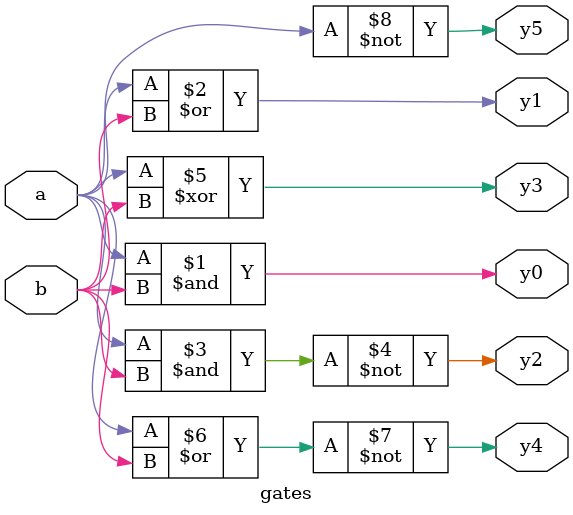
<source format=v>
`timescale 1ns / 1ps

module gates(
    input a, b,
    output y0, y1,y2, y3, y4, y5
    );
    assign y0 = a & b; // and
    assign y1 = a | b; // or
    assign y2 =  ~(a & b); // nand
    assign y3 = a ^ b; // xor
    assign y4 = ~(a | b); // nor 
    assign y5 = ~a; // not
    
endmodule

</source>
